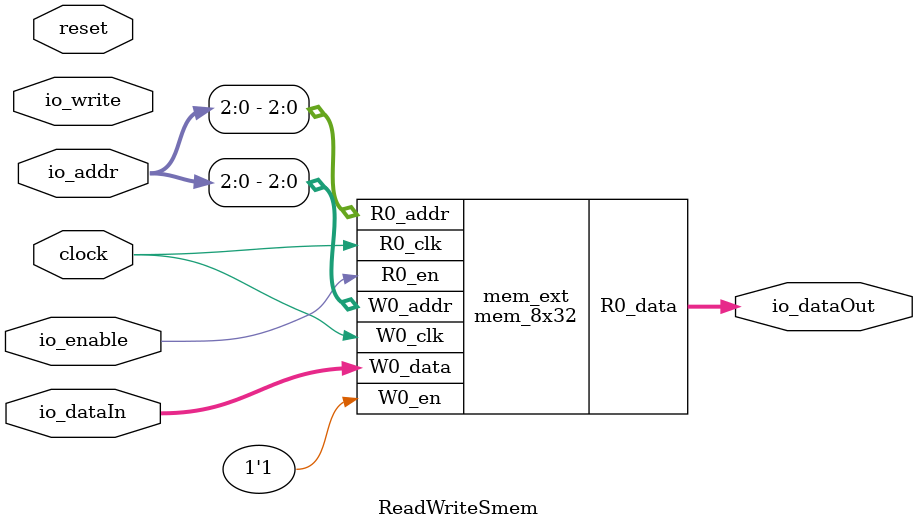
<source format=v>
module mem_8x32(
  input  [2:0]  R0_addr,
  input         R0_en,
                R0_clk,
  input  [2:0]  W0_addr,
  input         W0_en,
                W0_clk,
  input  [31:0] W0_data,
  output [31:0] R0_data
);

  reg [31:0] Memory[0:7];
  reg        _R0_en_d0;
  reg [2:0]  _R0_addr_d0;
  always @(posedge R0_clk) begin
    _R0_en_d0 <= R0_en;
    _R0_addr_d0 <= R0_addr;
  end // always @(posedge)
  always @(posedge W0_clk) begin
    if (W0_en)
      Memory[W0_addr] <= W0_data;
  end // always @(posedge)
  assign R0_data = _R0_en_d0 ? Memory[_R0_addr_d0] : 32'bx;
endmodule

module ReadWriteSmem(
  input         clock,
                reset,
                io_enable,
                io_write,
  input  [9:0]  io_addr,
  input  [31:0] io_dataIn,
  output [31:0] io_dataOut
);

  mem_8x32 mem_ext (
    .R0_addr (io_addr[2:0]),
    .R0_en   (io_enable),
    .R0_clk  (clock),
    .W0_addr (io_addr[2:0]),
    .W0_en   (1'h1),
    .W0_clk  (clock),
    .W0_data (io_dataIn),
    .R0_data (io_dataOut)
  );
endmodule


</source>
